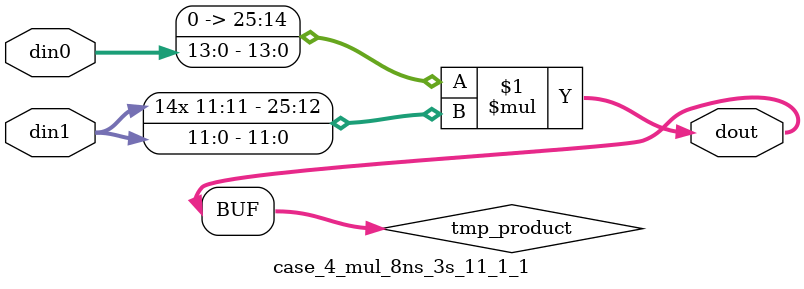
<source format=v>

`timescale 1 ns / 1 ps

 (* use_dsp = "no" *)  module case_4_mul_8ns_3s_11_1_1(din0, din1, dout);
parameter ID = 1;
parameter NUM_STAGE = 0;
parameter din0_WIDTH = 14;
parameter din1_WIDTH = 12;
parameter dout_WIDTH = 26;

input [din0_WIDTH - 1 : 0] din0; 
input [din1_WIDTH - 1 : 0] din1; 
output [dout_WIDTH - 1 : 0] dout;

wire signed [dout_WIDTH - 1 : 0] tmp_product;

























assign tmp_product = $signed({1'b0, din0}) * $signed(din1);










assign dout = tmp_product;





















endmodule

</source>
